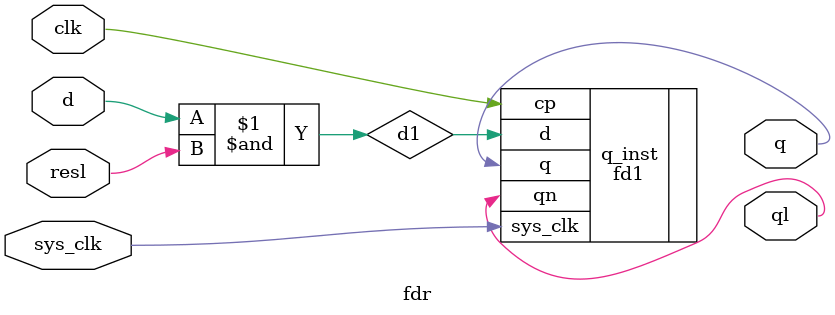
<source format=v>
/* verilator lint_off LITENDIAN */
`include "defs.v"

module fdr
(
	output q,
	output ql,
	input d,
	input clk,
	input resl,
	input sys_clk // Generated
);
wire d1;

// LEGO.NET (11) - d : an2
assign d1 = d & resl;

// LEGO.NET (12) - q : fd1
fd1 q_inst
(
	.q /* OUT */ (q),
	.qn /* OUT */ (ql),
	.d /* IN */ (d1),
	.cp /* IN */ (clk),
	.sys_clk(sys_clk) // Generated
);
endmodule
/* verilator lint_on LITENDIAN */

</source>
